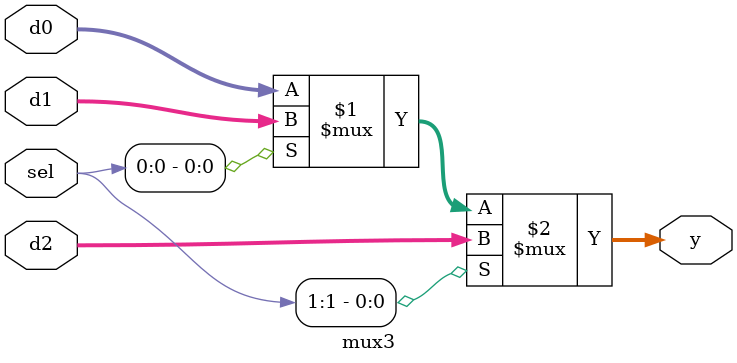
<source format=v>

module mux3 #(parameter WIDTH = 8) (
    input       [WIDTH-1:0] d0, d1, d2,
    input       [1:0] sel,
    output      [WIDTH-1:0] y
);

assign y = sel[1] ? d2: (sel[0] ? d1 : d0);

endmodule


</source>
